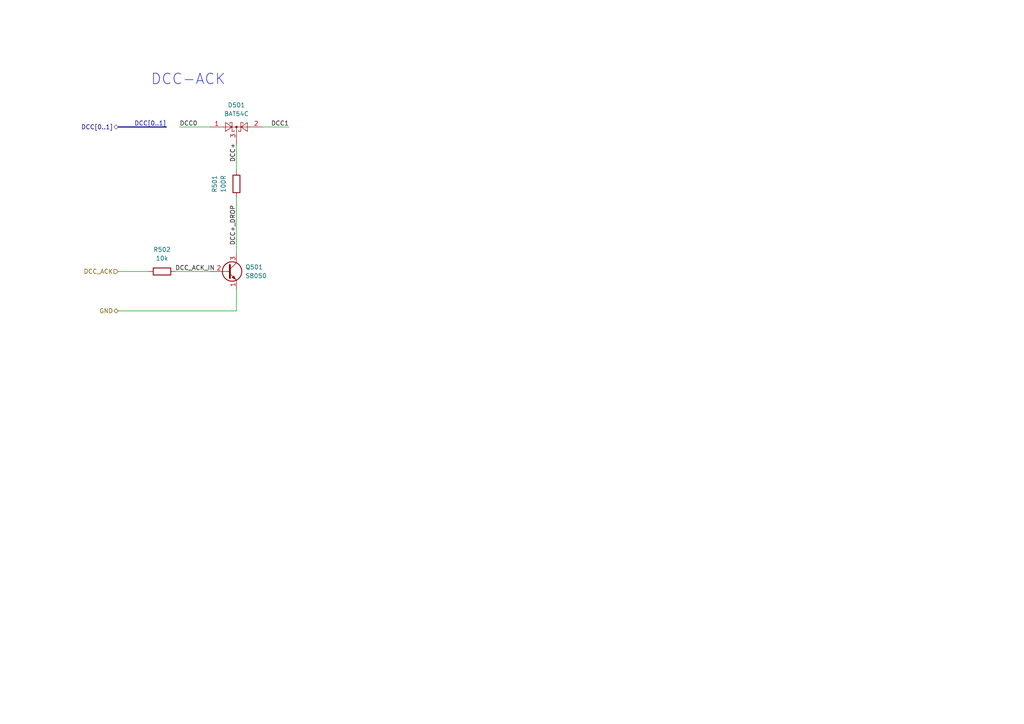
<source format=kicad_sch>
(kicad_sch (version 20231120) (generator "eeschema") (generator_version "8.0")
  (paper "A4")
  (title_block (title "xDuinoRail - RailcomDecoder - Development Kit \"Hermes\"") (date "2026-01-11") (rev "v1.0a") (company "Chatelain Engineering, Bern - CH"))
  (lib_symbols
    (symbol "Device:R" (pin_numbers hide) (pin_names (offset 0))
      (property "Reference" "R" (at 2.032 0 90))
      (property "Value" "R" (at 0 0 90))
      (symbol "R_0_1"
        (rectangle (start -1.016 -2.54) (end 1.016 2.54) (stroke (width 0.254)))
      )
      (symbol "R_1_1"
        (pin passive line (at 0 3.81 270) (length 1.27) (name "~") (number "1"))
        (pin passive line (at 0 -3.81 90) (length 1.27) (name "~") (number "2"))
      )
    )
    (symbol "Diode:BAT54C" (pin_names (offset 1.016))
      (property "Reference" "D" (at 0.635 -3.81 0))
      (property "Value" "BAT54C" (at -6.35 3.175 0))
      (symbol "BAT54C_0_1"
        (polyline (pts (xy -1.905 0) (xy 1.905 0)))
        (polyline (pts (xy -1.905 1.27) (xy -1.905 1.016)))
        (polyline (pts (xy -1.27 -1.27) (xy -0.635 -1.27)))
        (polyline (pts (xy -1.27 0) (xy -3.81 0)))
        (polyline (pts (xy -1.27 1.27) (xy -1.905 1.27)))
        (polyline (pts (xy -1.27 1.27) (xy -1.27 -1.27)))
        (polyline (pts (xy -0.635 -1.27) (xy -0.635 -1.016)))
        (polyline (pts (xy 0.635 -1.27) (xy 0.635 -1.016)))
        (polyline (pts (xy 1.27 -1.27) (xy 0.635 -1.27)))
        (polyline (pts (xy 1.27 1.27) (xy 1.27 -1.27)))
        (polyline (pts (xy 1.27 1.27) (xy 1.905 1.27)))
        (polyline (pts (xy 1.905 1.27) (xy 1.905 1.016)))
        (polyline (pts (xy 3.81 0) (xy 1.27 0)))
        (polyline (pts (xy -3.175 -1.27) (xy -3.175 1.27) (xy -1.27 0) (xy -3.175 -1.27)))
        (polyline (pts (xy 3.175 -1.27) (xy 3.175 1.27) (xy 1.27 0) (xy 3.175 -1.27)))
        (circle (center 0 0) (radius 0.254) (fill (type outline)))
      )
      (symbol "BAT54C_1_1"
        (pin passive line (at -7.62 0 0) (length 3.81) (name "~") (number "1"))
        (pin passive line (at 7.62 0 180) (length 3.81) (name "~") (number "2"))
        (pin passive line (at 0 -5.08 90) (length 5.08) (name "~") (number "3"))
      )
    )
    (symbol "Transistor_BJT:S8050" (pin_names (offset 0) hide)
      (property "Reference" "Q" (at 5.08 1.905 0))
      (property "Value" "S8050" (at 5.08 0 0))
      (symbol "S8050_0_1"
        (polyline (pts (xy 0 0) (xy 0.635 0)))
        (polyline (pts (xy 0.635 0.635) (xy 2.54 2.54)))
        (polyline (pts (xy 0.635 -0.635) (xy 2.54 -2.54) (xy 2.54 -2.54)))
        (polyline (pts (xy 0.635 1.905) (xy 0.635 -1.905) (xy 0.635 -1.905)) (stroke (width 0.508)))
        (polyline (pts (xy 1.27 -1.778) (xy 1.778 -1.27) (xy 2.286 -2.286) (xy 1.27 -1.778) (xy 1.27 -1.778)) (fill (type outline)))
        (circle (center 1.27 0) (radius 2.8194) (stroke (width 0.254)))
      )
      (symbol "S8050_1_1"
        (pin passive line (at 2.54 -5.08 90) (length 2.54) (name "E") (number "1"))
        (pin input line (at -5.08 0 0) (length 5.08) (name "B") (number "2"))
        (pin passive line (at 2.54 5.08 270) (length 2.54) (name "C") (number "3"))
      )
    )
  )
  (bus (pts (xy 48.26 36.83) (xy 34.29 36.83)))
  (wire (pts (xy 83.82 36.83) (xy 76.2 36.83)))
  (wire (pts (xy 68.58 90.17) (xy 68.58 83.82)))
  (wire (pts (xy 50.8 78.74) (xy 60.96 78.74)))
  (wire (pts (xy 34.29 90.17) (xy 68.58 90.17)))
  (wire (pts (xy 52.07 36.83) (xy 60.96 36.83)))
  (wire (pts (xy 68.58 57.15) (xy 68.58 73.66)))
  (wire (pts (xy 34.29 78.74) (xy 43.18 78.74)))
  (wire (pts (xy 68.58 41.91) (xy 68.58 49.53)))
  (text "DCC-ACK" (at 54.61 23.114 0) (effects (font (size 3.048 3.048))))
  (label "DCC_ACK_IN" (at 50.8 78.74 0))
  (label "DCC[0..1]" (at 48.26 36.83 180))
  (label "DCC+_DROP" (at 68.58 71.12 90))
  (label "DCC0" (at 52.07 36.83 0))
  (label "DCC+" (at 68.58 46.99 90))
  (label "DCC1" (at 83.82 36.83 180))
  (hierarchical_label "DCC[0..1]" (shape bidirectional) (at 34.29 36.83 180))
  (hierarchical_label "GND" (shape bidirectional) (at 34.29 90.17 180))
  (hierarchical_label "DCC_ACK" (shape input) (at 34.29 78.74 180))
  (symbol (lib_id "Device:R") (at 68.58 53.34 180) (unit 1)
    (property "Reference" "R501" (at 62.23 53.34 90))
    (property "Value" "100R" (at 64.77 53.34 90))
    (property "Footprint" "Resistor_SMD:R_0603_1608Metric_Pad0.98x0.95mm_HandSolder" (effects (hide yes)))
    (property "Description" "Resistor" (effects (hide yes)))
    (property "LCSC" "C25744" (effects (hide yes)))
    (property "OLI_ID" "100R_0603" (effects (hide yes)))
    (property "Sim.Device" "R" (effects (hide yes)))
    (property "Sim.Pins" "1=+ 2=-" (effects (hide yes)))
  )
  (symbol (lib_id "Diode:BAT54C") (at 68.58 36.83 0) (unit 1)
    (property "Reference" "D501" (at 68.58 30.48 0))
    (property "Value" "BAT54C" (at 68.58 33.02 0))
    (property "Footprint" "xDuinoRail:8x50_SOT-23" (effects (hide yes)))
    (property "Datasheet" "http://www.diodes.com/_files/datasheets/ds11005.pdf" (effects (hide yes)))
    (property "Description" "dual schottky barrier diode, common cathode" (effects (hide yes)))
    (property "OLI_ID" "BAT54C_SOT-23" (effects (hide yes)))
    (property "Sim.Device" "D" (effects (hide yes)))
    (property "Sim.Pins" "1=A 3=K" (effects (hide yes)))
  )
  (symbol (lib_id "Device:R") (at 46.99 78.74 90) (unit 1)
    (property "Reference" "R502" (at 46.99 72.39 90))
    (property "Value" "10k" (at 46.99 74.93 90))
    (property "Footprint" "Resistor_SMD:R_0603_1608Metric_Pad0.98x0.95mm_HandSolder" (effects (hide yes)))
    (property "Description" "Resistor" (effects (hide yes)))
    (property "LCSC" "C25744" (effects (hide yes)))
    (property "OLI_ID" "10k_0603" (effects (hide yes)))
    (property "Sim.Device" "R" (effects (hide yes)))
    (property "Sim.Pins" "1=+ 2=-" (effects (hide yes)))
  )
  (symbol (lib_id "Transistor_BJT:S8050") (at 66.04 78.74 0) (unit 1)
    (property "Reference" "Q501" (at 71.12 77.47 0) (effects (justify left)))
    (property "Value" "S8050" (at 71.12 80.01 0) (effects (justify left)))
    (property "Footprint" "xDuinoRail:8x50_SOT-23" (effects (hide yes)))
    (property "Datasheet" "http://www.unisonic.com.tw/datasheet/S8050.pdf" (effects (hide yes)))
    (property "Description" "0.7A Ic, 20V Vce, Low Voltage High Current NPN Transistor, TO-92" (effects (hide yes)))
    (property "LCSC" "C2150" (effects (hide yes)))
    (property "OLI_ID" "S8050-J3Y_SOT-23" (effects (hide yes)))
    (property "Sim.Device" "NPN" (effects (hide yes)))
    (property "Sim.Pins" "1=E 2=B 3=C" (effects (hide yes)))
    (property "Sim.Type" "GUMMELPOON" (effects (hide yes)))
    (property "Sim.Library" "__ltspice\\8x50.lib" (effects (hide yes)))
    (property "Sim.Name" "S8050" (effects (hide yes)))
  )
)
</source>
